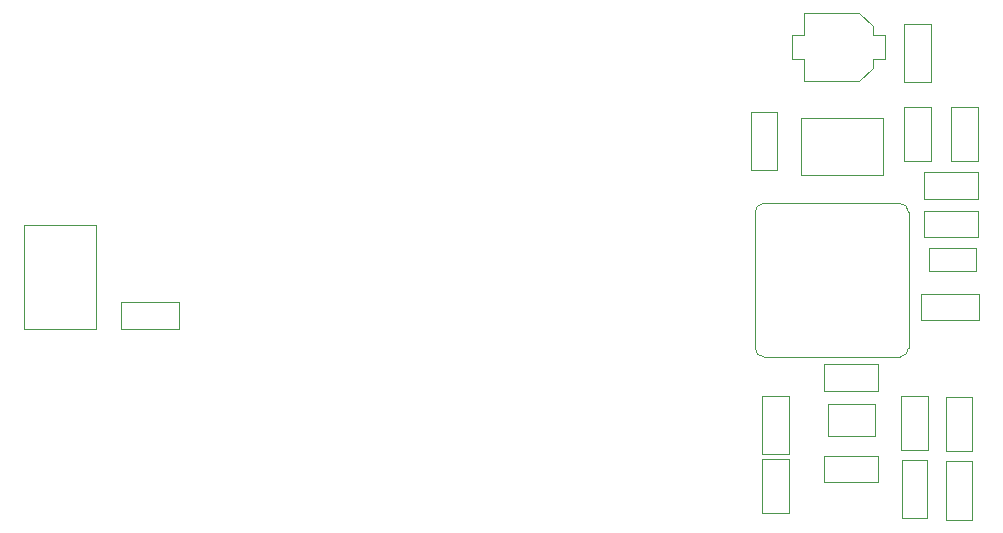
<source format=gbr>
G04 #@! TF.GenerationSoftware,KiCad,Pcbnew,(5.1.2-1)-1*
G04 #@! TF.CreationDate,2019-08-05T15:02:51+03:00*
G04 #@! TF.ProjectId,Boost_Converter,426f6f73-745f-4436-9f6e-766572746572,rev?*
G04 #@! TF.SameCoordinates,Original*
G04 #@! TF.FileFunction,Other,User*
%FSLAX46Y46*%
G04 Gerber Fmt 4.6, Leading zero omitted, Abs format (unit mm)*
G04 Created by KiCad (PCBNEW (5.1.2-1)-1) date 2019-08-05 15:02:51*
%MOMM*%
%LPD*%
G04 APERTURE LIST*
%ADD10C,0.050000*%
G04 APERTURE END LIST*
D10*
X101920000Y-90945000D02*
X104080000Y-90945000D01*
X104080000Y-90945000D02*
X104080000Y-95905000D01*
X104080000Y-95905000D02*
X101920000Y-95905000D01*
X101920000Y-95905000D02*
X101920000Y-90945000D01*
X93650000Y-58900000D02*
X93650000Y-57050000D01*
X93650000Y-57050000D02*
X92600000Y-57050000D01*
X92600000Y-57050000D02*
X92600000Y-54950000D01*
X92600000Y-54950000D02*
X93650000Y-54950000D01*
X93650000Y-54950000D02*
X93650000Y-53100000D01*
X98300000Y-53100000D02*
X93650000Y-53100000D01*
X98300000Y-58900000D02*
X93650000Y-58900000D01*
X99450000Y-54250000D02*
X98300000Y-53100000D01*
X99450000Y-57750000D02*
X98300000Y-58900000D01*
X99450000Y-57750000D02*
X99450000Y-57050000D01*
X99450000Y-54950000D02*
X99450000Y-54250000D01*
X99450000Y-57050000D02*
X100500000Y-57050000D01*
X100500000Y-57050000D02*
X100500000Y-54950000D01*
X100500000Y-54950000D02*
X99450000Y-54950000D01*
X102130000Y-58937500D02*
X102130000Y-54037500D01*
X104370000Y-58937500D02*
X102130000Y-58937500D01*
X104370000Y-54037500D02*
X104370000Y-58937500D01*
X102130000Y-54037500D02*
X104370000Y-54037500D01*
X89130000Y-61550000D02*
X91370000Y-61550000D01*
X91370000Y-61550000D02*
X91370000Y-66450000D01*
X91370000Y-66450000D02*
X89130000Y-66450000D01*
X89130000Y-66450000D02*
X89130000Y-61550000D01*
X108462500Y-76880000D02*
X108462500Y-79120000D01*
X108462500Y-79120000D02*
X103562500Y-79120000D01*
X103562500Y-79120000D02*
X103562500Y-76880000D01*
X103562500Y-76880000D02*
X108462500Y-76880000D01*
X40700000Y-77630000D02*
X40700000Y-79870000D01*
X40700000Y-79870000D02*
X35800000Y-79870000D01*
X35800000Y-79870000D02*
X35800000Y-77630000D01*
X35800000Y-77630000D02*
X40700000Y-77630000D01*
X92370000Y-85562500D02*
X92370000Y-90462500D01*
X90130000Y-85562500D02*
X92370000Y-85562500D01*
X90130000Y-90462500D02*
X90130000Y-85562500D01*
X92370000Y-90462500D02*
X90130000Y-90462500D01*
X108250000Y-74950000D02*
X104250000Y-74950000D01*
X104250000Y-74950000D02*
X104250000Y-73050000D01*
X108250000Y-73050000D02*
X104250000Y-73050000D01*
X108250000Y-74950000D02*
X108250000Y-73050000D01*
X105670000Y-96055000D02*
X105670000Y-91095000D01*
X107830000Y-96055000D02*
X105670000Y-96055000D01*
X107830000Y-91095000D02*
X107830000Y-96055000D01*
X105670000Y-91095000D02*
X107830000Y-91095000D01*
X27622500Y-71100000D02*
X27622500Y-79900000D01*
X33722500Y-79900000D02*
X27622500Y-79900000D01*
X33722500Y-71100000D02*
X33722500Y-79900000D01*
X27622500Y-71100000D02*
X33722500Y-71100000D01*
X101750000Y-82250000D02*
X90250000Y-82250000D01*
X102500000Y-70000000D02*
X102500000Y-81500000D01*
X90250000Y-69250000D02*
X101750000Y-69250000D01*
X89500000Y-81500000D02*
X89500000Y-70000000D01*
X102500000Y-81500000D02*
G75*
G02X101750000Y-82250000I-750000J0D01*
G01*
X101750000Y-69250000D02*
G75*
G02X102500000Y-70000000I0J-750000D01*
G01*
X89500000Y-70000000D02*
G75*
G02X90250000Y-69250000I750000J0D01*
G01*
X90250000Y-82250000D02*
G75*
G02X89500000Y-81500000I0J750000D01*
G01*
X102130000Y-61070000D02*
X104370000Y-61070000D01*
X104370000Y-61070000D02*
X104370000Y-65630000D01*
X104370000Y-65630000D02*
X102130000Y-65630000D01*
X102130000Y-65630000D02*
X102130000Y-61070000D01*
X106130000Y-65680000D02*
X106130000Y-61120000D01*
X108370000Y-65680000D02*
X106130000Y-65680000D01*
X108370000Y-61120000D02*
X108370000Y-65680000D01*
X106130000Y-61120000D02*
X108370000Y-61120000D01*
X103820000Y-72120000D02*
X103820000Y-69880000D01*
X103820000Y-69880000D02*
X108380000Y-69880000D01*
X108380000Y-69880000D02*
X108380000Y-72120000D01*
X108380000Y-72120000D02*
X103820000Y-72120000D01*
X103820000Y-66630000D02*
X108380000Y-66630000D01*
X103820000Y-68870000D02*
X103820000Y-66630000D01*
X108380000Y-68870000D02*
X103820000Y-68870000D01*
X108380000Y-66630000D02*
X108380000Y-68870000D01*
X104120000Y-90130000D02*
X101880000Y-90130000D01*
X101880000Y-90130000D02*
X101880000Y-85570000D01*
X101880000Y-85570000D02*
X104120000Y-85570000D01*
X104120000Y-85570000D02*
X104120000Y-90130000D01*
X107870000Y-85620000D02*
X107870000Y-90180000D01*
X105630000Y-85620000D02*
X107870000Y-85620000D01*
X105630000Y-90180000D02*
X105630000Y-85620000D01*
X107870000Y-90180000D02*
X105630000Y-90180000D01*
X90130000Y-90870000D02*
X92370000Y-90870000D01*
X92370000Y-90870000D02*
X92370000Y-95430000D01*
X92370000Y-95430000D02*
X90130000Y-95430000D01*
X90130000Y-95430000D02*
X90130000Y-90870000D01*
X99930000Y-82880000D02*
X99930000Y-85120000D01*
X99930000Y-85120000D02*
X95370000Y-85120000D01*
X95370000Y-85120000D02*
X95370000Y-82880000D01*
X95370000Y-82880000D02*
X99930000Y-82880000D01*
X99930000Y-92870000D02*
X95370000Y-92870000D01*
X99930000Y-90630000D02*
X99930000Y-92870000D01*
X95370000Y-90630000D02*
X99930000Y-90630000D01*
X95370000Y-92870000D02*
X95370000Y-90630000D01*
X100340000Y-62040000D02*
X100340000Y-66860000D01*
X100340000Y-66860000D02*
X93360000Y-66860000D01*
X93360000Y-66860000D02*
X93360000Y-62040000D01*
X93360000Y-62040000D02*
X100340000Y-62040000D01*
X99690000Y-86245000D02*
X99690000Y-88905000D01*
X99690000Y-88905000D02*
X95710000Y-88905000D01*
X95710000Y-88905000D02*
X95710000Y-86245000D01*
X95710000Y-86245000D02*
X99690000Y-86245000D01*
M02*

</source>
